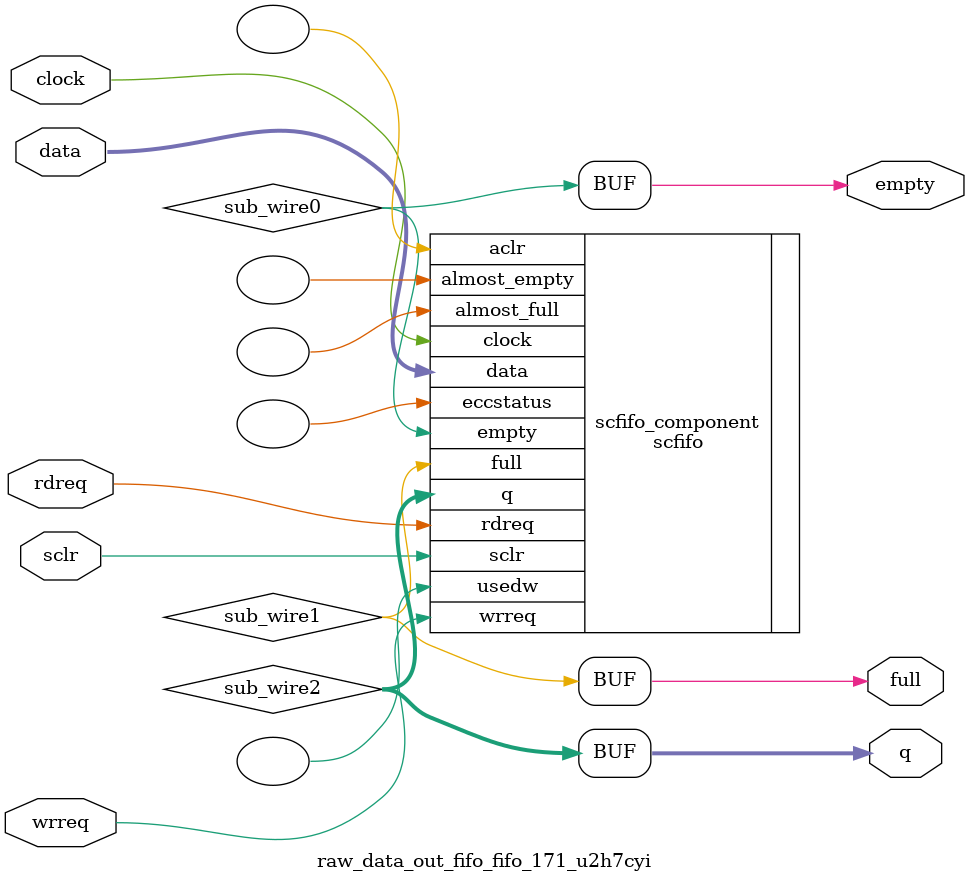
<source format=v>



`timescale 1 ps / 1 ps
// synopsys translate_on
module  raw_data_out_fifo_fifo_171_u2h7cyi  (
    clock,
    data,
    rdreq,
    sclr,
    wrreq,
    empty,
    full,
    q);

    input    clock;
    input  [7:0]  data;
    input    rdreq;
    input    sclr;
    input    wrreq;
    output   empty;
    output   full;
    output [7:0]  q;

    wire  sub_wire0;
    wire  sub_wire1;
    wire [7:0] sub_wire2;
    wire  empty = sub_wire0;
    wire  full = sub_wire1;
    wire [7:0] q = sub_wire2[7:0];

    scfifo  scfifo_component (
                .clock (clock),
                .data (data),
                .rdreq (rdreq),
                .sclr (sclr),
                .wrreq (wrreq),
                .empty (sub_wire0),
                .full (sub_wire1),
                .q (sub_wire2),
                .aclr (),
                .almost_empty (),
                .almost_full (),
                .eccstatus (),
                .usedw ());
    defparam
        scfifo_component.add_ram_output_register  = "ON",
        scfifo_component.enable_ecc  = "FALSE",
        scfifo_component.intended_device_family  = "Arria 10",
        scfifo_component.lpm_numwords  = 4096,
        scfifo_component.lpm_showahead  = "OFF",
        scfifo_component.lpm_type  = "scfifo",
        scfifo_component.lpm_width  = 8,
        scfifo_component.lpm_widthu  = 12,
        scfifo_component.overflow_checking  = "ON",
        scfifo_component.underflow_checking  = "ON",
        scfifo_component.use_eab  = "ON";


endmodule



</source>
